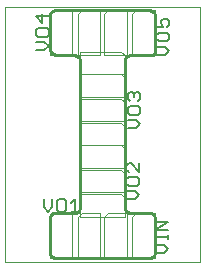
<source format=gto>
G75*
%MOIN*%
%OFA0B0*%
%FSLAX24Y24*%
%IPPOS*%
%LPD*%
%AMOC8*
5,1,8,0,0,1.08239X$1,22.5*
%
%ADD10C,0.0000*%
%ADD11C,0.0100*%
%ADD12C,0.0040*%
%ADD13C,0.0080*%
D10*
X001267Y002517D02*
X001267Y011017D01*
X007767Y011017D01*
X007767Y002517D01*
X001267Y002517D01*
D11*
X002767Y002818D02*
X002767Y003965D01*
X002766Y003965D02*
X002768Y003990D01*
X002773Y004015D01*
X002782Y004039D01*
X002794Y004061D01*
X002809Y004081D01*
X002827Y004099D01*
X002847Y004114D01*
X002869Y004126D01*
X002893Y004135D01*
X002918Y004140D01*
X002943Y004142D01*
X003590Y004142D01*
X003590Y004141D02*
X003615Y004143D01*
X003640Y004148D01*
X003664Y004157D01*
X003686Y004169D01*
X003706Y004184D01*
X003724Y004202D01*
X003739Y004222D01*
X003751Y004244D01*
X003760Y004268D01*
X003765Y004293D01*
X003767Y004318D01*
X003767Y009215D01*
X003765Y009240D01*
X003760Y009265D01*
X003751Y009289D01*
X003739Y009311D01*
X003724Y009331D01*
X003706Y009349D01*
X003686Y009364D01*
X003664Y009376D01*
X003640Y009385D01*
X003615Y009390D01*
X003590Y009392D01*
X003017Y009392D01*
X002987Y009394D01*
X002957Y009399D01*
X002928Y009408D01*
X002901Y009421D01*
X002875Y009436D01*
X002851Y009455D01*
X002830Y009476D01*
X002811Y009500D01*
X002796Y009526D01*
X002783Y009553D01*
X002774Y009582D01*
X002769Y009612D01*
X002767Y009642D01*
X002767Y010715D01*
X002766Y010715D02*
X002768Y010740D01*
X002773Y010765D01*
X002782Y010789D01*
X002794Y010811D01*
X002809Y010831D01*
X002827Y010849D01*
X002847Y010864D01*
X002869Y010876D01*
X002893Y010885D01*
X002918Y010890D01*
X002943Y010892D01*
X006090Y010892D01*
X006115Y010890D01*
X006140Y010885D01*
X006164Y010876D01*
X006186Y010864D01*
X006206Y010849D01*
X006224Y010831D01*
X006239Y010811D01*
X006251Y010789D01*
X006260Y010765D01*
X006265Y010740D01*
X006267Y010715D01*
X006267Y009517D01*
X006265Y009497D01*
X006261Y009478D01*
X006253Y009460D01*
X006243Y009444D01*
X006230Y009429D01*
X006215Y009416D01*
X006199Y009406D01*
X006181Y009398D01*
X006162Y009394D01*
X006142Y009392D01*
X005443Y009392D01*
X005418Y009390D01*
X005393Y009385D01*
X005369Y009376D01*
X005347Y009364D01*
X005327Y009349D01*
X005309Y009331D01*
X005294Y009311D01*
X005282Y009289D01*
X005273Y009265D01*
X005268Y009240D01*
X005266Y009215D01*
X005267Y009215D02*
X005267Y004318D01*
X005266Y004318D02*
X005268Y004293D01*
X005273Y004268D01*
X005282Y004244D01*
X005294Y004222D01*
X005309Y004202D01*
X005327Y004184D01*
X005347Y004169D01*
X005369Y004157D01*
X005393Y004148D01*
X005418Y004143D01*
X005443Y004141D01*
X005443Y004142D02*
X006090Y004142D01*
X006115Y004140D01*
X006140Y004135D01*
X006164Y004126D01*
X006186Y004114D01*
X006206Y004099D01*
X006224Y004081D01*
X006239Y004061D01*
X006251Y004039D01*
X006260Y004015D01*
X006265Y003990D01*
X006267Y003965D01*
X006267Y002818D01*
X006265Y002793D01*
X006260Y002768D01*
X006251Y002744D01*
X006239Y002722D01*
X006224Y002702D01*
X006206Y002684D01*
X006186Y002669D01*
X006164Y002657D01*
X006140Y002648D01*
X006115Y002643D01*
X006090Y002641D01*
X006090Y002642D02*
X002943Y002642D01*
X002943Y002641D02*
X002918Y002643D01*
X002893Y002648D01*
X002869Y002657D01*
X002847Y002669D01*
X002827Y002684D01*
X002809Y002702D01*
X002794Y002722D01*
X002782Y002744D01*
X002773Y002768D01*
X002768Y002793D01*
X002766Y002818D01*
D12*
X002767Y002642D02*
X002767Y004017D01*
X002892Y004142D01*
X003517Y004142D01*
X003517Y002642D01*
X002767Y002642D01*
X003704Y002642D02*
X003704Y004017D01*
X003829Y004142D01*
X004454Y004142D01*
X004454Y002642D01*
X003704Y002642D01*
X004579Y002642D02*
X004579Y004017D01*
X004704Y004142D01*
X005329Y004142D01*
X005329Y002642D01*
X004579Y002642D01*
X005517Y002642D02*
X005517Y004017D01*
X005642Y004142D01*
X006267Y004142D01*
X006267Y002642D01*
X005517Y002642D01*
X005267Y004017D02*
X003767Y004017D01*
X003767Y004767D01*
X005142Y004767D01*
X005267Y004642D01*
X005267Y004017D01*
X005267Y004829D02*
X003767Y004829D01*
X003767Y005579D01*
X005142Y005579D01*
X005267Y005454D01*
X005267Y004829D01*
X005267Y005642D02*
X003767Y005642D01*
X003767Y006392D01*
X005142Y006392D01*
X005267Y006267D01*
X005267Y005642D01*
X005267Y006392D02*
X003767Y006392D01*
X003767Y007142D01*
X005142Y007142D01*
X005267Y007017D01*
X005267Y006392D01*
X005267Y007204D02*
X003767Y007204D01*
X003767Y007954D01*
X005142Y007954D01*
X005267Y007829D01*
X005267Y007204D01*
X005267Y008017D02*
X003767Y008017D01*
X003767Y008767D01*
X005142Y008767D01*
X005267Y008642D01*
X005267Y008017D01*
X005267Y008767D02*
X003767Y008767D01*
X003767Y009517D01*
X005142Y009517D01*
X005267Y009392D01*
X005267Y008767D01*
X005329Y009392D02*
X004579Y009392D01*
X004579Y010767D01*
X004704Y010892D01*
X005329Y010892D01*
X005329Y009392D01*
X005517Y009392D02*
X005517Y010767D01*
X005642Y010892D01*
X006267Y010892D01*
X006267Y009392D01*
X005517Y009392D01*
X004454Y009392D02*
X003704Y009392D01*
X003704Y010767D01*
X003829Y010892D01*
X004454Y010892D01*
X004454Y009392D01*
X003517Y009392D02*
X002767Y009392D01*
X002767Y010767D01*
X002892Y010892D01*
X003517Y010892D01*
X003517Y009392D01*
D13*
X002727Y009697D02*
X002587Y009837D01*
X002306Y009837D01*
X002376Y010017D02*
X002657Y010017D01*
X002727Y010087D01*
X002727Y010227D01*
X002657Y010297D01*
X002376Y010297D01*
X002306Y010227D01*
X002306Y010087D01*
X002376Y010017D01*
X002516Y010477D02*
X002516Y010758D01*
X002306Y010688D02*
X002516Y010477D01*
X002306Y010688D02*
X002727Y010688D01*
X002727Y009697D02*
X002587Y009557D01*
X002306Y009557D01*
X005389Y005789D02*
X005319Y005719D01*
X005319Y005579D01*
X005389Y005509D01*
X005389Y005329D02*
X005319Y005259D01*
X005319Y005118D01*
X005389Y005048D01*
X005669Y005048D01*
X005739Y005118D01*
X005739Y005259D01*
X005669Y005329D01*
X005389Y005329D01*
X005739Y005509D02*
X005459Y005789D01*
X005389Y005789D01*
X005739Y005789D02*
X005739Y005509D01*
X005599Y004868D02*
X005319Y004868D01*
X005319Y004588D02*
X005599Y004588D01*
X005739Y004728D01*
X005599Y004868D01*
X006280Y003854D02*
X006701Y003854D01*
X006280Y003574D01*
X006701Y003574D01*
X006701Y003407D02*
X006701Y003267D01*
X006701Y003337D02*
X006280Y003337D01*
X006280Y003267D02*
X006280Y003407D01*
X006280Y003087D02*
X006561Y003087D01*
X006701Y002947D01*
X006561Y002807D01*
X006280Y002807D01*
X003758Y004182D02*
X003477Y004182D01*
X003618Y004182D02*
X003618Y004602D01*
X003477Y004462D01*
X003297Y004532D02*
X003297Y004252D01*
X003227Y004182D01*
X003087Y004182D01*
X003017Y004252D01*
X003017Y004532D01*
X003087Y004602D01*
X003227Y004602D01*
X003297Y004532D01*
X002837Y004602D02*
X002837Y004322D01*
X002697Y004182D01*
X002557Y004322D01*
X002557Y004602D01*
X005360Y006957D02*
X005641Y006957D01*
X005781Y007097D01*
X005641Y007237D01*
X005360Y007237D01*
X005430Y007417D02*
X005711Y007417D01*
X005781Y007487D01*
X005781Y007627D01*
X005711Y007697D01*
X005430Y007697D01*
X005360Y007627D01*
X005360Y007487D01*
X005430Y007417D01*
X005430Y007878D02*
X005360Y007948D01*
X005360Y008088D01*
X005430Y008158D01*
X005501Y008158D01*
X005571Y008088D01*
X005641Y008158D01*
X005711Y008158D01*
X005781Y008088D01*
X005781Y007948D01*
X005711Y007878D01*
X005571Y008018D02*
X005571Y008088D01*
X006319Y009400D02*
X006599Y009400D01*
X006739Y009541D01*
X006599Y009681D01*
X006319Y009681D01*
X006389Y009861D02*
X006669Y009861D01*
X006739Y009931D01*
X006739Y010071D01*
X006669Y010141D01*
X006389Y010141D01*
X006319Y010071D01*
X006319Y009931D01*
X006389Y009861D01*
X006319Y010321D02*
X006529Y010321D01*
X006459Y010461D01*
X006459Y010531D01*
X006529Y010602D01*
X006669Y010602D01*
X006739Y010531D01*
X006739Y010391D01*
X006669Y010321D01*
X006319Y010321D02*
X006319Y010602D01*
M02*

</source>
